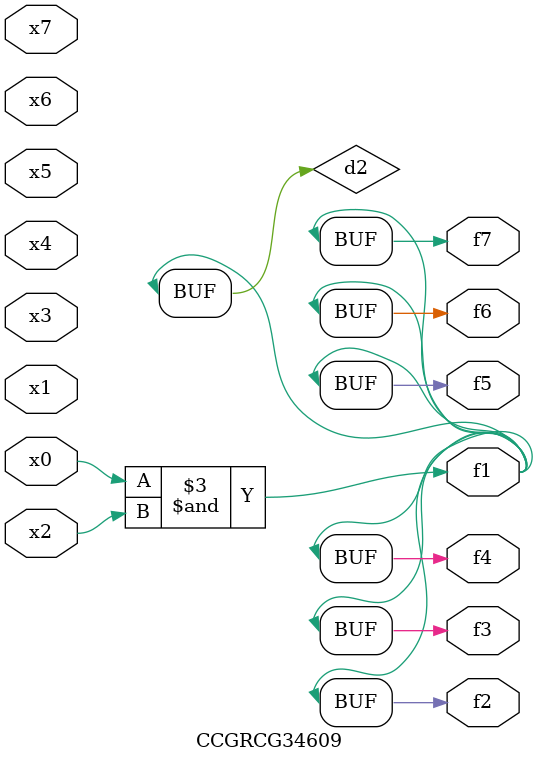
<source format=v>
module CCGRCG34609(
	input x0, x1, x2, x3, x4, x5, x6, x7,
	output f1, f2, f3, f4, f5, f6, f7
);

	wire d1, d2;

	nor (d1, x3, x6);
	and (d2, x0, x2);
	assign f1 = d2;
	assign f2 = d2;
	assign f3 = d2;
	assign f4 = d2;
	assign f5 = d2;
	assign f6 = d2;
	assign f7 = d2;
endmodule

</source>
